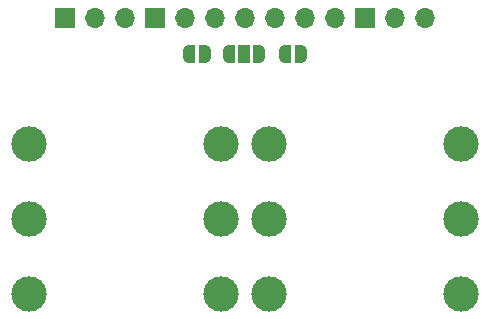
<source format=gbr>
%TF.GenerationSoftware,KiCad,Pcbnew,(6.0.0-0)*%
%TF.CreationDate,2022-03-04T21:17:09-05:00*%
%TF.ProjectId,audio-jack,61756469-6f2d-46a6-9163-6b2e6b696361,rev?*%
%TF.SameCoordinates,Original*%
%TF.FileFunction,Soldermask,Top*%
%TF.FilePolarity,Negative*%
%FSLAX46Y46*%
G04 Gerber Fmt 4.6, Leading zero omitted, Abs format (unit mm)*
G04 Created by KiCad (PCBNEW (6.0.0-0)) date 2022-03-04 21:17:09*
%MOMM*%
%LPD*%
G01*
G04 APERTURE LIST*
G04 Aperture macros list*
%AMFreePoly0*
4,1,22,0.500000,-0.750000,0.000000,-0.750000,0.000000,-0.745033,-0.079941,-0.743568,-0.215256,-0.701293,-0.333266,-0.622738,-0.424486,-0.514219,-0.481581,-0.384460,-0.499164,-0.250000,-0.500000,-0.250000,-0.500000,0.250000,-0.499164,0.250000,-0.499963,0.256109,-0.478152,0.396186,-0.417904,0.524511,-0.324060,0.630769,-0.204165,0.706417,-0.067858,0.745374,0.000000,0.744959,0.000000,0.750000,
0.500000,0.750000,0.500000,-0.750000,0.500000,-0.750000,$1*%
%AMFreePoly1*
4,1,20,0.000000,0.744959,0.073905,0.744508,0.209726,0.703889,0.328688,0.626782,0.421226,0.519385,0.479903,0.390333,0.500000,0.250000,0.500000,-0.250000,0.499851,-0.262216,0.476331,-0.402017,0.414519,-0.529596,0.319384,-0.634700,0.198574,-0.708877,0.061801,-0.746166,0.000000,-0.745033,0.000000,-0.750000,-0.500000,-0.750000,-0.500000,0.750000,0.000000,0.750000,0.000000,0.744959,
0.000000,0.744959,$1*%
%AMFreePoly2*
4,1,22,0.550000,-0.750000,0.000000,-0.750000,0.000000,-0.745033,-0.079941,-0.743568,-0.215256,-0.701293,-0.333266,-0.622738,-0.424486,-0.514219,-0.481581,-0.384460,-0.499164,-0.250000,-0.500000,-0.250000,-0.500000,0.250000,-0.499164,0.250000,-0.499963,0.256109,-0.478152,0.396186,-0.417904,0.524511,-0.324060,0.630769,-0.204165,0.706417,-0.067858,0.745374,0.000000,0.744959,0.000000,0.750000,
0.550000,0.750000,0.550000,-0.750000,0.550000,-0.750000,$1*%
%AMFreePoly3*
4,1,20,0.000000,0.744959,0.073905,0.744508,0.209726,0.703889,0.328688,0.626782,0.421226,0.519385,0.479903,0.390333,0.500000,0.250000,0.500000,-0.250000,0.499851,-0.262216,0.476331,-0.402017,0.414519,-0.529596,0.319384,-0.634700,0.198574,-0.708877,0.061801,-0.746166,0.000000,-0.745033,0.000000,-0.750000,-0.550000,-0.750000,-0.550000,0.750000,0.000000,0.750000,0.000000,0.744959,
0.000000,0.744959,$1*%
G04 Aperture macros list end*
%ADD10C,3.000000*%
%ADD11R,1.700000X1.700000*%
%ADD12O,1.700000X1.700000*%
%ADD13FreePoly0,0.000000*%
%ADD14FreePoly1,0.000000*%
%ADD15FreePoly0,180.000000*%
%ADD16FreePoly1,180.000000*%
%ADD17FreePoly2,0.000000*%
%ADD18R,1.000000X1.500000*%
%ADD19FreePoly3,0.000000*%
G04 APERTURE END LIST*
D10*
%TO.C,J1*%
X135128000Y-76581000D03*
X118898000Y-76581000D03*
X135128000Y-82931000D03*
X118898000Y-82931000D03*
X135128000Y-70231000D03*
X118898000Y-70231000D03*
%TD*%
D11*
%TO.C,J5*%
X147320000Y-59563000D03*
D12*
X149860000Y-59563000D03*
X152400000Y-59563000D03*
%TD*%
D13*
%TO.C,JP3*%
X140574000Y-62611000D03*
D14*
X141874000Y-62611000D03*
%TD*%
D15*
%TO.C,JP1*%
X133731000Y-62611000D03*
D16*
X132431000Y-62611000D03*
%TD*%
D11*
%TO.C,J4*%
X121920000Y-59563000D03*
D12*
X124460000Y-59563000D03*
X127000000Y-59563000D03*
%TD*%
D17*
%TO.C,JP2*%
X135763000Y-62611000D03*
D18*
X137063000Y-62611000D03*
D19*
X138363000Y-62611000D03*
%TD*%
D11*
%TO.C,J2*%
X129540000Y-59563000D03*
D12*
X132080000Y-59563000D03*
X134620000Y-59563000D03*
X137160000Y-59563000D03*
X139700000Y-59563000D03*
X142240000Y-59563000D03*
X144780000Y-59563000D03*
%TD*%
D10*
%TO.C,J3*%
X155435000Y-76581000D03*
X139205000Y-76581000D03*
X155435000Y-82931000D03*
X139205000Y-82931000D03*
X155435000Y-70231000D03*
X139205000Y-70231000D03*
%TD*%
M02*

</source>
